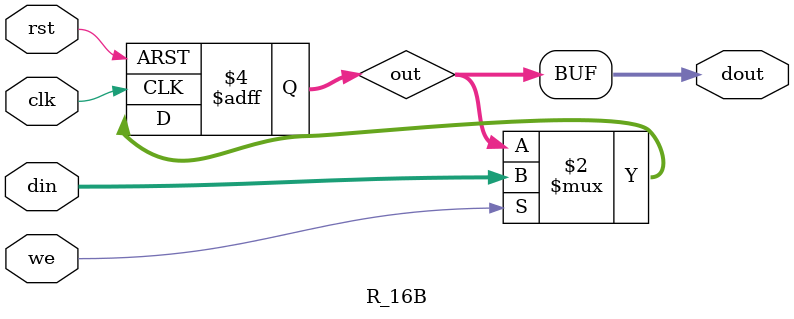
<source format=v>
`timescale 1ns / 1ps
/*
 
 Created by: Muhammad Aitesam
 
 Create Date:    21:05:08 12/09/2022 
 Design Name: 	  16-Bit Register
 Module Name:    R_16B 
 Project Name:   16-Bit Single Cycle RISC core Processor Design

 Description: 

 Dependencies: 

 Revision: 0.1V
 Additional Comments: 
	This module is a dependency of Parent module, /Register_File.v


 See Design Reference
	xst.pdf//Chapter 2//Page 57-58

*/
//////////////////////////////////////////////////////////////////////////////////
module R_16B(
    input clk,
    input rst,
	 input we,
    input  [15:0] din,
    output [15:0] dout
	 
    );
	 reg [15:0] out;
	 
	 always @(posedge clk or posedge rst) begin
		if (rst) begin
			 out <= 16'h0000;
		end
		else if (we) begin
			 out <= din;
		end
	 end
		
	assign dout = out;
	 
endmodule

</source>
